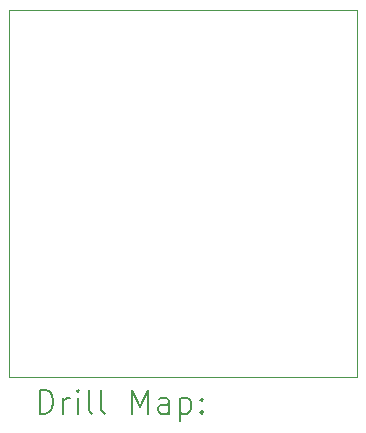
<source format=gbr>
%TF.GenerationSoftware,KiCad,Pcbnew,9.0.6*%
%TF.CreationDate,2025-11-23T22:05:46-07:00*%
%TF.ProjectId,ChuaCircuit,43687561-4369-4726-9375-69742e6b6963,rev?*%
%TF.SameCoordinates,Original*%
%TF.FileFunction,Drillmap*%
%TF.FilePolarity,Positive*%
%FSLAX45Y45*%
G04 Gerber Fmt 4.5, Leading zero omitted, Abs format (unit mm)*
G04 Created by KiCad (PCBNEW 9.0.6) date 2025-11-23 22:05:46*
%MOMM*%
%LPD*%
G01*
G04 APERTURE LIST*
%ADD10C,0.050000*%
%ADD11C,0.200000*%
G04 APERTURE END LIST*
D10*
X12350000Y-12000000D02*
X12350000Y-8900000D01*
X15300000Y-8900000D02*
X12350000Y-8900000D01*
X15300000Y-12000000D02*
X15300000Y-8900000D01*
X15300000Y-12000000D02*
X12350000Y-12000000D01*
D11*
X12608277Y-12313984D02*
X12608277Y-12113984D01*
X12608277Y-12113984D02*
X12655896Y-12113984D01*
X12655896Y-12113984D02*
X12684467Y-12123508D01*
X12684467Y-12123508D02*
X12703515Y-12142555D01*
X12703515Y-12142555D02*
X12713039Y-12161603D01*
X12713039Y-12161603D02*
X12722562Y-12199698D01*
X12722562Y-12199698D02*
X12722562Y-12228269D01*
X12722562Y-12228269D02*
X12713039Y-12266365D01*
X12713039Y-12266365D02*
X12703515Y-12285412D01*
X12703515Y-12285412D02*
X12684467Y-12304460D01*
X12684467Y-12304460D02*
X12655896Y-12313984D01*
X12655896Y-12313984D02*
X12608277Y-12313984D01*
X12808277Y-12313984D02*
X12808277Y-12180650D01*
X12808277Y-12218746D02*
X12817801Y-12199698D01*
X12817801Y-12199698D02*
X12827324Y-12190174D01*
X12827324Y-12190174D02*
X12846372Y-12180650D01*
X12846372Y-12180650D02*
X12865420Y-12180650D01*
X12932086Y-12313984D02*
X12932086Y-12180650D01*
X12932086Y-12113984D02*
X12922562Y-12123508D01*
X12922562Y-12123508D02*
X12932086Y-12133031D01*
X12932086Y-12133031D02*
X12941610Y-12123508D01*
X12941610Y-12123508D02*
X12932086Y-12113984D01*
X12932086Y-12113984D02*
X12932086Y-12133031D01*
X13055896Y-12313984D02*
X13036848Y-12304460D01*
X13036848Y-12304460D02*
X13027324Y-12285412D01*
X13027324Y-12285412D02*
X13027324Y-12113984D01*
X13160658Y-12313984D02*
X13141610Y-12304460D01*
X13141610Y-12304460D02*
X13132086Y-12285412D01*
X13132086Y-12285412D02*
X13132086Y-12113984D01*
X13389229Y-12313984D02*
X13389229Y-12113984D01*
X13389229Y-12113984D02*
X13455896Y-12256841D01*
X13455896Y-12256841D02*
X13522562Y-12113984D01*
X13522562Y-12113984D02*
X13522562Y-12313984D01*
X13703515Y-12313984D02*
X13703515Y-12209222D01*
X13703515Y-12209222D02*
X13693991Y-12190174D01*
X13693991Y-12190174D02*
X13674943Y-12180650D01*
X13674943Y-12180650D02*
X13636848Y-12180650D01*
X13636848Y-12180650D02*
X13617801Y-12190174D01*
X13703515Y-12304460D02*
X13684467Y-12313984D01*
X13684467Y-12313984D02*
X13636848Y-12313984D01*
X13636848Y-12313984D02*
X13617801Y-12304460D01*
X13617801Y-12304460D02*
X13608277Y-12285412D01*
X13608277Y-12285412D02*
X13608277Y-12266365D01*
X13608277Y-12266365D02*
X13617801Y-12247317D01*
X13617801Y-12247317D02*
X13636848Y-12237793D01*
X13636848Y-12237793D02*
X13684467Y-12237793D01*
X13684467Y-12237793D02*
X13703515Y-12228269D01*
X13798753Y-12180650D02*
X13798753Y-12380650D01*
X13798753Y-12190174D02*
X13817801Y-12180650D01*
X13817801Y-12180650D02*
X13855896Y-12180650D01*
X13855896Y-12180650D02*
X13874943Y-12190174D01*
X13874943Y-12190174D02*
X13884467Y-12199698D01*
X13884467Y-12199698D02*
X13893991Y-12218746D01*
X13893991Y-12218746D02*
X13893991Y-12275888D01*
X13893991Y-12275888D02*
X13884467Y-12294936D01*
X13884467Y-12294936D02*
X13874943Y-12304460D01*
X13874943Y-12304460D02*
X13855896Y-12313984D01*
X13855896Y-12313984D02*
X13817801Y-12313984D01*
X13817801Y-12313984D02*
X13798753Y-12304460D01*
X13979705Y-12294936D02*
X13989229Y-12304460D01*
X13989229Y-12304460D02*
X13979705Y-12313984D01*
X13979705Y-12313984D02*
X13970182Y-12304460D01*
X13970182Y-12304460D02*
X13979705Y-12294936D01*
X13979705Y-12294936D02*
X13979705Y-12313984D01*
X13979705Y-12190174D02*
X13989229Y-12199698D01*
X13989229Y-12199698D02*
X13979705Y-12209222D01*
X13979705Y-12209222D02*
X13970182Y-12199698D01*
X13970182Y-12199698D02*
X13979705Y-12190174D01*
X13979705Y-12190174D02*
X13979705Y-12209222D01*
M02*

</source>
